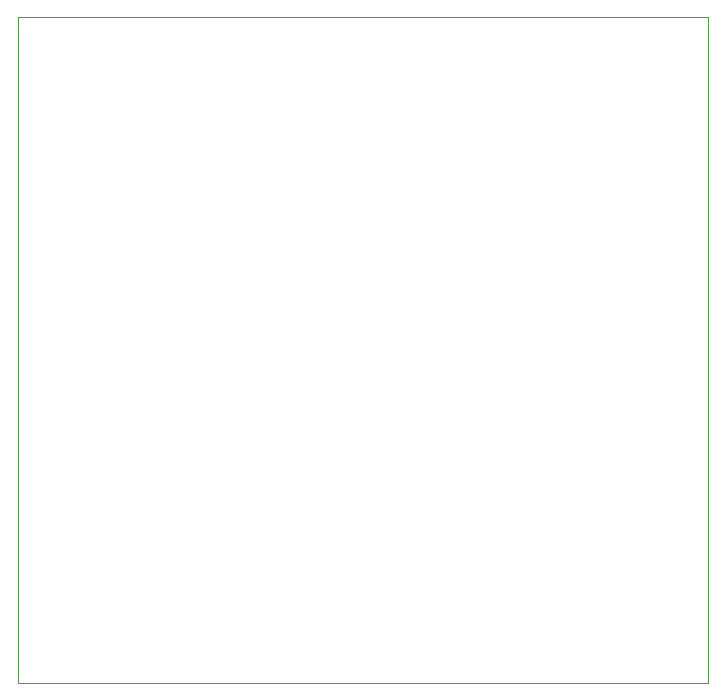
<source format=gbr>
%TF.GenerationSoftware,KiCad,Pcbnew,7.0.9*%
%TF.CreationDate,2024-01-08T12:14:10-08:00*%
%TF.ProjectId,Relay_PCB_1,52656c61-795f-4504-9342-5f312e6b6963,rev?*%
%TF.SameCoordinates,Original*%
%TF.FileFunction,Profile,NP*%
%FSLAX46Y46*%
G04 Gerber Fmt 4.6, Leading zero omitted, Abs format (unit mm)*
G04 Created by KiCad (PCBNEW 7.0.9) date 2024-01-08 12:14:10*
%MOMM*%
%LPD*%
G01*
G04 APERTURE LIST*
%TA.AperFunction,Profile*%
%ADD10C,0.100000*%
%TD*%
G04 APERTURE END LIST*
D10*
X116840000Y-55880000D02*
X175260000Y-55880000D01*
X175260000Y-112260000D01*
X116840000Y-112260000D01*
X116840000Y-55880000D01*
M02*

</source>
